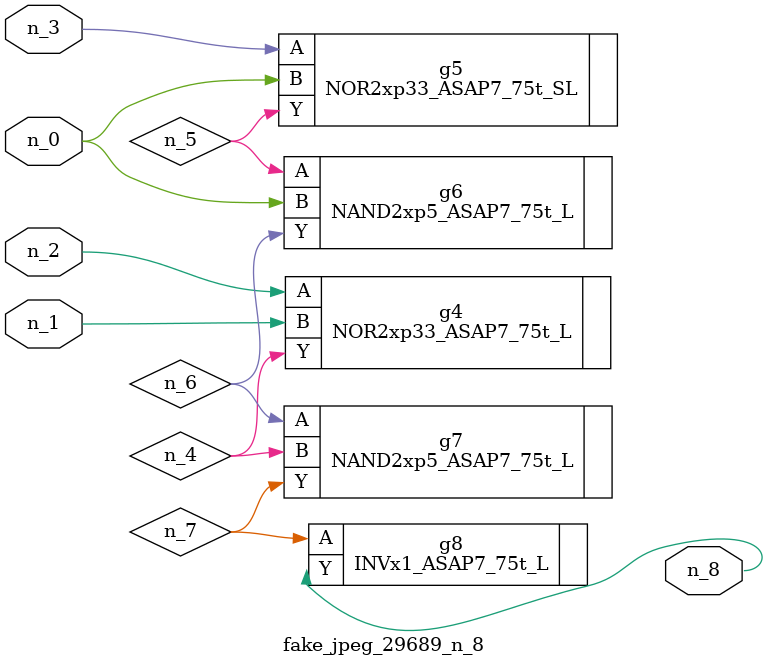
<source format=v>
module fake_jpeg_29689_n_8 (n_0, n_3, n_2, n_1, n_8);

input n_0;
input n_3;
input n_2;
input n_1;

output n_8;

wire n_4;
wire n_6;
wire n_5;
wire n_7;

NOR2xp33_ASAP7_75t_L g4 ( 
.A(n_2),
.B(n_1),
.Y(n_4)
);

NOR2xp33_ASAP7_75t_SL g5 ( 
.A(n_3),
.B(n_0),
.Y(n_5)
);

NAND2xp5_ASAP7_75t_L g6 ( 
.A(n_5),
.B(n_0),
.Y(n_6)
);

NAND2xp5_ASAP7_75t_L g7 ( 
.A(n_6),
.B(n_4),
.Y(n_7)
);

INVx1_ASAP7_75t_L g8 ( 
.A(n_7),
.Y(n_8)
);


endmodule
</source>
